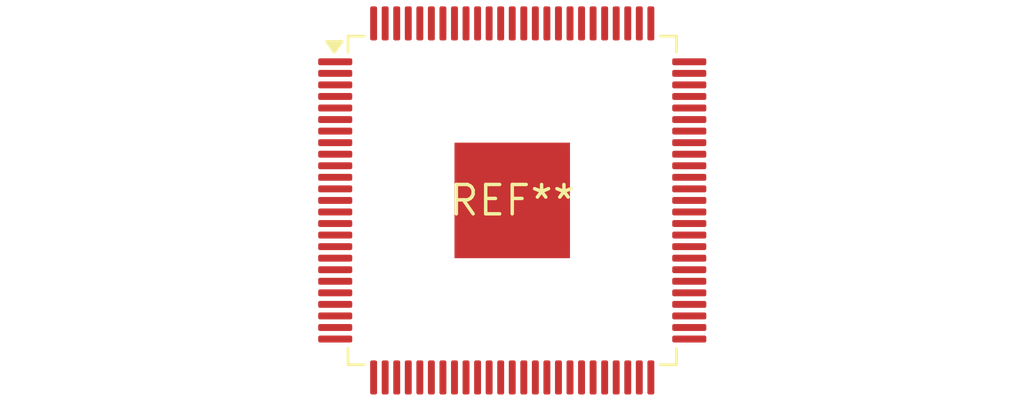
<source format=kicad_pcb>
(kicad_pcb (version 20240108) (generator pcbnew)
  (layers (0 "F.Cu" signal) (31 "B.Cu" signal) (34 "B.Paste" user) (35 "F.Paste" user) (36 "B.SilkS" user "B.Silkscreen") (37 "F.SilkS" user "F.Silkscreen") (38 "B.Mask" user) (39 "F.Mask" user) (44 "Edge.Cuts" user))
  (net 0 "")
  (footprint "TQFP-100-1EP_14x14mm_P0.5mm_EP5x5mm" (layer "F.Cu") (at 0 0)
    (property "Reference" "REF**")
    (property "Value" "TQFP-100-1EP_14x14mm_P0.5mm_EP5x5mm")
    (fp_line (start -7.11 -7.11) (end -7.11 -6.41) (layer "F.SilkS") (stroke (width 0.12)))
    (fp_line (start -7.11 7.11) (end -7.11 6.41) (layer "F.SilkS") (stroke (width 0.12)))
    (fp_line (start -6.41 -7.11) (end -7.11 -7.11) (layer "F.SilkS") (stroke (width 0.12)))
    (fp_line (start -6.41 7.11) (end -7.11 7.11) (layer "F.SilkS") (stroke (width 0.12)))
    (fp_line (start 6.41 -7.11) (end 7.11 -7.11) (layer "F.SilkS") (stroke (width 0.12)))
    (fp_line (start 6.41 7.11) (end 7.11 7.11) (layer "F.SilkS") (stroke (width 0.12)))
    (fp_line (start 7.11 -7.11) (end 7.11 -6.41) (layer "F.SilkS") (stroke (width 0.12)))
    (fp_line (start 7.11 7.11) (end 7.11 6.41) (layer "F.SilkS") (stroke (width 0.12)))
    (fp_poly (pts (xy -7.7 -6.41) (xy -8.04 -6.88) (xy -7.36 -6.88) (xy -7.7 -6.41)) (layer "F.SilkS") (stroke (width 0.12)) (fill solid))
    (pad "1" smd roundrect (at -7.6625 -6) (size 1.475 0.3) (layers "F.Cu" "F.Paste" "F.Mask"))
    (pad "2" smd roundrect (at -7.6625 -5.5) (size 1.475 0.3) (layers "F.Cu" "F.Paste" "F.Mask"))
    (pad "3" smd roundrect (at -7.6625 -5) (size 1.475 0.3) (layers "F.Cu" "F.Paste" "F.Mask"))
    (pad "4" smd roundrect (at -7.6625 -4.5) (size 1.475 0.3) (layers "F.Cu" "F.Paste" "F.Mask"))
    (pad "5" smd roundrect (at -7.6625 -4) (size 1.475 0.3) (layers "F.Cu" "F.Paste" "F.Mask"))
    (pad "6" smd roundrect (at -7.6625 -3.5) (size 1.475 0.3) (layers "F.Cu" "F.Paste" "F.Mask"))
    (pad "7" smd roundrect (at -7.6625 -3) (size 1.475 0.3) (layers "F.Cu" "F.Paste" "F.Mask"))
    (pad "8" smd roundrect (at -7.6625 -2.5) (size 1.475 0.3) (layers "F.Cu" "F.Paste" "F.Mask"))
    (pad "9" smd roundrect (at -7.6625 -2) (size 1.475 0.3) (layers "F.Cu" "F.Paste" "F.Mask"))
    (pad "10" smd roundrect (at -7.6625 -1.5) (size 1.475 0.3) (layers "F.Cu" "F.Paste" "F.Mask"))
    (pad "11" smd roundrect (at -7.6625 -1) (size 1.475 0.3) (layers "F.Cu" "F.Paste" "F.Mask"))
    (pad "12" smd roundrect (at -7.6625 -0.5) (size 1.475 0.3) (layers "F.Cu" "F.Paste" "F.Mask"))
    (pad "13" smd roundrect (at -7.6625 0) (size 1.475 0.3) (layers "F.Cu" "F.Paste" "F.Mask"))
    (pad "14" smd roundrect (at -7.6625 0.5) (size 1.475 0.3) (layers "F.Cu" "F.Paste" "F.Mask"))
    (pad "15" smd roundrect (at -7.6625 1) (size 1.475 0.3) (layers "F.Cu" "F.Paste" "F.Mask"))
    (pad "16" smd roundrect (at -7.6625 1.5) (size 1.475 0.3) (layers "F.Cu" "F.Paste" "F.Mask"))
    (pad "17" smd roundrect (at -7.6625 2) (size 1.475 0.3) (layers "F.Cu" "F.Paste" "F.Mask"))
    (pad "18" smd roundrect (at -7.6625 2.5) (size 1.475 0.3) (layers "F.Cu" "F.Paste" "F.Mask"))
    (pad "19" smd roundrect (at -7.6625 3) (size 1.475 0.3) (layers "F.Cu" "F.Paste" "F.Mask"))
    (pad "20" smd roundrect (at -7.6625 3.5) (size 1.475 0.3) (layers "F.Cu" "F.Paste" "F.Mask"))
    (pad "21" smd roundrect (at -7.6625 4) (size 1.475 0.3) (layers "F.Cu" "F.Paste" "F.Mask"))
    (pad "22" smd roundrect (at -7.6625 4.5) (size 1.475 0.3) (layers "F.Cu" "F.Paste" "F.Mask"))
    (pad "23" smd roundrect (at -7.6625 5) (size 1.475 0.3) (layers "F.Cu" "F.Paste" "F.Mask"))
    (pad "24" smd roundrect (at -7.6625 5.5) (size 1.475 0.3) (layers "F.Cu" "F.Paste" "F.Mask"))
    (pad "25" smd roundrect (at -7.6625 6) (size 1.475 0.3) (layers "F.Cu" "F.Paste" "F.Mask"))
    (pad "26" smd roundrect (at -6 7.6625) (size 0.3 1.475) (layers "F.Cu" "F.Paste" "F.Mask"))
    (pad "27" smd roundrect (at -5.5 7.6625) (size 0.3 1.475) (layers "F.Cu" "F.Paste" "F.Mask"))
    (pad "28" smd roundrect (at -5 7.6625) (size 0.3 1.475) (layers "F.Cu" "F.Paste" "F.Mask"))
    (pad "29" smd roundrect (at -4.5 7.6625) (size 0.3 1.475) (layers "F.Cu" "F.Paste" "F.Mask"))
    (pad "30" smd roundrect (at -4 7.6625) (size 0.3 1.475) (layers "F.Cu" "F.Paste" "F.Mask"))
    (pad "31" smd roundrect (at -3.5 7.6625) (size 0.3 1.475) (layers "F.Cu" "F.Paste" "F.Mask"))
    (pad "32" smd roundrect (at -3 7.6625) (size 0.3 1.475) (layers "F.Cu" "F.Paste" "F.Mask"))
    (pad "33" smd roundrect (at -2.5 7.6625) (size 0.3 1.475) (layers "F.Cu" "F.Paste" "F.Mask"))
    (pad "34" smd roundrect (at -2 7.6625) (size 0.3 1.475) (layers "F.Cu" "F.Paste" "F.Mask"))
    (pad "35" smd roundrect (at -1.5 7.6625) (size 0.3 1.475) (layers "F.Cu" "F.Paste" "F.Mask"))
    (pad "36" smd roundrect (at -1 7.6625) (size 0.3 1.475) (layers "F.Cu" "F.Paste" "F.Mask"))
    (pad "37" smd roundrect (at -0.5 7.6625) (size 0.3 1.475) (layers "F.Cu" "F.Paste" "F.Mask"))
    (pad "38" smd roundrect (at 0 7.6625) (size 0.3 1.475) (layers "F.Cu" "F.Paste" "F.Mask"))
    (pad "39" smd roundrect (at 0.5 7.6625) (size 0.3 1.475) (layers "F.Cu" "F.Paste" "F.Mask"))
    (pad "40" smd roundrect (at 1 7.6625) (size 0.3 1.475) (layers "F.Cu" "F.Paste" "F.Mask"))
    (pad "41" smd roundrect (at 1.5 7.6625) (size 0.3 1.475) (layers "F.Cu" "F.Paste" "F.Mask"))
    (pad "42" smd roundrect (at 2 7.6625) (size 0.3 1.475) (layers "F.Cu" "F.Paste" "F.Mask"))
    (pad "43" smd roundrect (at 2.5 7.6625) (size 0.3 1.475) (layers "F.Cu" "F.Paste" "F.Mask"))
    (pad "44" smd roundrect (at 3 7.6625) (size 0.3 1.475) (layers "F.Cu" "F.Paste" "F.Mask"))
    (pad "45" smd roundrect (at 3.5 7.6625) (size 0.3 1.475) (layers "F.Cu" "F.Paste" "F.Mask"))
    (pad "46" smd roundrect (at 4 7.6625) (size 0.3 1.475) (layers "F.Cu" "F.Paste" "F.Mask"))
    (pad "47" smd roundrect (at 4.5 7.6625) (size 0.3 1.475) (layers "F.Cu" "F.Paste" "F.Mask"))
    (pad "48" smd roundrect (at 5 7.6625) (size 0.3 1.475) (layers "F.Cu" "F.Paste" "F.Mask"))
    (pad "49" smd roundrect (at 5.5 7.6625) (size 0.3 1.475) (layers "F.Cu" "F.Paste" "F.Mask"))
    (pad "50" smd roundrect (at 6 7.6625) (size 0.3 1.475) (layers "F.Cu" "F.Paste" "F.Mask"))
    (pad "51" smd roundrect (at 7.6625 6) (size 1.475 0.3) (layers "F.Cu" "F.Paste" "F.Mask"))
    (pad "52" smd roundrect (at 7.6625 5.5) (size 1.475 0.3) (layers "F.Cu" "F.Paste" "F.Mask"))
    (pad "53" smd roundrect (at 7.6625 5) (size 1.475 0.3) (layers "F.Cu" "F.Paste" "F.Mask"))
    (pad "54" smd roundrect (at 7.6625 4.5) (size 1.475 0.3) (layers "F.Cu" "F.Paste" "F.Mask"))
    (pad "55" smd roundrect (at 7.6625 4) (size 1.475 0.3) (layers "F.Cu" "F.Paste" "F.Mask"))
    (pad "56" smd roundrect (at 7.6625 3.5) (size 1.475 0.3) (layers "F.Cu" "F.Paste" "F.Mask"))
    (pad "57" smd roundrect (at 7.6625 3) (size 1.475 0.3) (layers "F.Cu" "F.Paste" "F.Mask"))
    (pad "58" smd roundrect (at 7.6625 2.5) (size 1.475 0.3) (layers "F.Cu" "F.Paste" "F.Mask"))
    (pad "59" smd roundrect (at 7.6625 2) (size 1.475 0.3) (layers "F.Cu" "F.Paste" "F.Mask"))
    (pad "60" smd roundrect (at 7.6625 1.5) (size 1.475 0.3) (layers "F.Cu" "F.Paste" "F.Mask"))
    (pad "61" smd roundrect (at 7.6625 1) (size 1.475 0.3) (layers "F.Cu" "F.Paste" "F.Mask"))
    (pad "62" smd roundrect (at 7.6625 0.5) (size 1.475 0.3) (layers "F.Cu" "F.Paste" "F.Mask"))
    (pad "63" smd roundrect (at 7.6625 0) (size 1.475 0.3) (layers "F.Cu" "F.Paste" "F.Mask"))
    (pad "64" smd roundrect (at 7.6625 -0.5) (size 1.475 0.3) (layers "F.Cu" "F.Paste" "F.Mask"))
    (pad "65" smd roundrect (at 7.6625 -1) (size 1.475 0.3) (layers "F.Cu" "F.Paste" "F.Mask"))
    (pad "66" smd roundrect (at 7.6625 -1.5) (size 1.475 0.3) (layers "F.Cu" "F.Paste" "F.Mask"))
    (pad "67" smd roundrect (at 7.6625 -2) (size 1.475 0.3) (layers "F.Cu" "F.Paste" "F.Mask"))
    (pad "68" smd roundrect (at 7.6625 -2.5) (size 1.475 0.3) (layers "F.Cu" "F.Paste" "F.Mask"))
    (pad "69" smd roundrect (at 7.6625 -3) (size 1.475 0.3) (layers "F.Cu" "F.Paste" "F.Mask"))
    (pad "70" smd roundrect (at 7.6625 -3.5) (size 1.475 0.3) (layers "F.Cu" "F.Paste" "F.Mask"))
    (pad "71" smd roundrect (at 7.6625 -4) (size 1.475 0.3) (layers "F.Cu" "F.Paste" "F.Mask"))
    (pad "72" smd roundrect (at 7.6625 -4.5) (size 1.475 0.3) (layers "F.Cu" "F.Paste" "F.Mask"))
    (pad "73" smd roundrect (at 7.6625 -5) (size 1.475 0.3) (layers "F.Cu" "F.Paste" "F.Mask"))
    (pad "74" smd roundrect (at 7.6625 -5.5) (size 1.475 0.3) (layers "F.Cu" "F.Paste" "F.Mask"))
    (pad "75" smd roundrect (at 7.6625 -6) (size 1.475 0.3) (layers "F.Cu" "F.Paste" "F.Mask"))
    (pad "76" smd roundrect (at 6 -7.6625) (size 0.3 1.475) (layers "F.Cu" "F.Paste" "F.Mask"))
    (pad "77" smd roundrect (at 5.5 -7.6625) (size 0.3 1.475) (layers "F.Cu" "F.Paste" "F.Mask"))
    (pad "78" smd roundrect (at 5 -7.6625) (size 0.3 1.475) (layers "F.Cu" "F.Paste" "F.Mask"))
    (pad "79" smd roundrect (at 4.5 -7.6625) (size 0.3 1.475) (layers "F.Cu" "F.Paste" "F.Mask"))
    (pad "80" smd roundrect (at 4 -7.6625) (size 0.3 1.475) (layers "F.Cu" "F.Paste" "F.Mask"))
    (pad "81" smd roundrect (at 3.5 -7.6625) (size 0.3 1.475) (layers "F.Cu" "F.Paste" "F.Mask"))
    (pad "82" smd roundrect (at 3 -7.6625) (size 0.3 1.475) (layers "F.Cu" "F.Paste" "F.Mask"))
    (pad "83" smd roundrect (at 2.5 -7.6625) (size 0.3 1.475) (layers "F.Cu" "F.Paste" "F.Mask"))
    (pad "84" smd roundrect (at 2 -7.6625) (size 0.3 1.475) (layers "F.Cu" "F.Paste" "F.Mask"))
    (pad "85" smd roundrect (at 1.5 -7.6625) (size 0.3 1.475) (layers "F.Cu" "F.Paste" "F.Mask"))
    (pad "86" smd roundrect (at 1 -7.6625) (size 0.3 1.475) (layers "F.Cu" "F.Paste" "F.Mask"))
    (pad "87" smd roundrect (at 0.5 -7.6625) (size 0.3 1.475) (layers "F.Cu" "F.Paste" "F.Mask"))
    (pad "88" smd roundrect (at 0 -7.6625) (size 0.3 1.475) (layers "F.Cu" "F.Paste" "F.Mask"))
    (pad "89" smd roundrect (at -0.5 -7.6625) (size 0.3 1.475) (layers "F.Cu" "F.Paste" "F.Mask"))
    (pad "90" smd roundrect (at -1 -7.6625) (size 0.3 1.475) (layers "F.Cu" "F.Paste" "F.Mask"))
    (pad "91" smd roundrect (at -1.5 -7.6625) (size 0.3 1.475) (layers "F.Cu" "F.Paste" "F.Mask"))
    (pad "92" smd roundrect (at -2 -7.6625) (size 0.3 1.475) (layers "F.Cu" "F.Paste" "F.Mask"))
    (pad "93" smd roundrect (at -2.5 -7.6625) (size 0.3 1.475) (layers "F.Cu" "F.Paste" "F.Mask"))
    (pad "94" smd roundrect (at -3 -7.6625) (size 0.3 1.475) (layers "F.Cu" "F.Paste" "F.Mask"))
    (pad "95" smd roundrect (at -3.5 -7.6625) (size 0.3 1.475) (layers "F.Cu" "F.Paste" "F.Mask"))
    (pad "96" smd roundrect (at -4 -7.6625) (size 0.3 1.475) (layers "F.Cu" "F.Paste" "F.Mask"))
    (pad "97" smd roundrect (at -4.5 -7.6625) (size 0.3 1.475) (layers "F.Cu" "F.Paste" "F.Mask"))
    (pad "98" smd roundrect (at -5 -7.6625) (size 0.3 1.475) (layers "F.Cu" "F.Paste" "F.Mask"))
    (pad "99" smd roundrect (at -5.5 -7.6625) (size 0.3 1.475) (layers "F.Cu" "F.Paste" "F.Mask"))
    (pad "100" smd roundrect (at -6 -7.6625) (size 0.3 1.475) (layers "F.Cu" "F.Paste" "F.Mask"))
    (pad "101" smd rect (at 0 0) (size 5 5) (property pad_prop_heatsink) (layers "F.Cu" "F.Mask"))
  )
)
</source>
